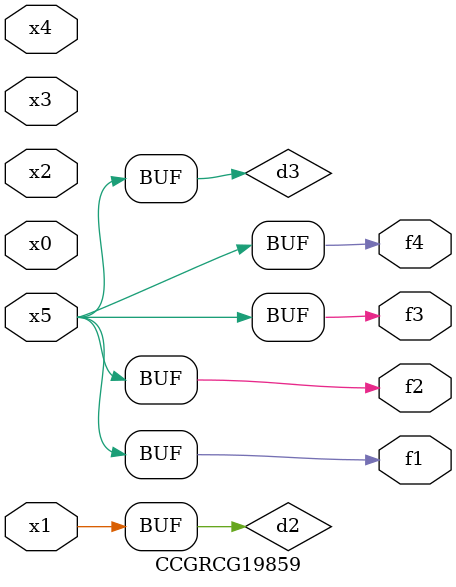
<source format=v>
module CCGRCG19859(
	input x0, x1, x2, x3, x4, x5,
	output f1, f2, f3, f4
);

	wire d1, d2, d3;

	not (d1, x5);
	or (d2, x1);
	xnor (d3, d1);
	assign f1 = d3;
	assign f2 = d3;
	assign f3 = d3;
	assign f4 = d3;
endmodule

</source>
